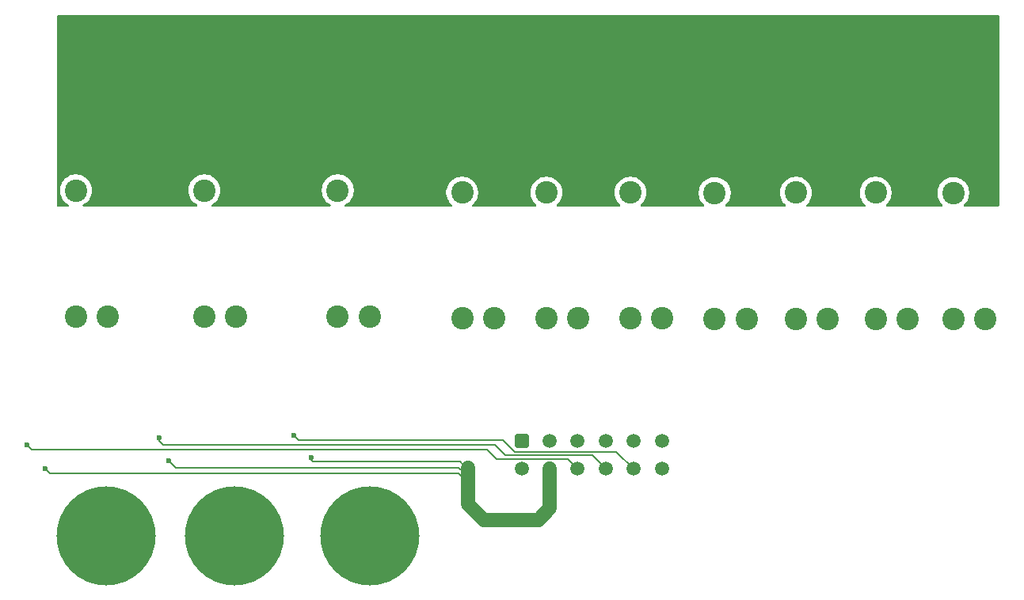
<source format=gbr>
%TF.GenerationSoftware,KiCad,Pcbnew,9.0.4*%
%TF.CreationDate,2026-02-19T19:41:56-08:00*%
%TF.ProjectId,Power_board,506f7765-725f-4626-9f61-72642e6b6963,rev?*%
%TF.SameCoordinates,Original*%
%TF.FileFunction,Copper,L2,Bot*%
%TF.FilePolarity,Positive*%
%FSLAX46Y46*%
G04 Gerber Fmt 4.6, Leading zero omitted, Abs format (unit mm)*
G04 Created by KiCad (PCBNEW 9.0.4) date 2026-02-19 19:41:56*
%MOMM*%
%LPD*%
G01*
G04 APERTURE LIST*
G04 Aperture macros list*
%AMRoundRect*
0 Rectangle with rounded corners*
0 $1 Rounding radius*
0 $2 $3 $4 $5 $6 $7 $8 $9 X,Y pos of 4 corners*
0 Add a 4 corners polygon primitive as box body*
4,1,4,$2,$3,$4,$5,$6,$7,$8,$9,$2,$3,0*
0 Add four circle primitives for the rounded corners*
1,1,$1+$1,$2,$3*
1,1,$1+$1,$4,$5*
1,1,$1+$1,$6,$7*
1,1,$1+$1,$8,$9*
0 Add four rect primitives between the rounded corners*
20,1,$1+$1,$2,$3,$4,$5,0*
20,1,$1+$1,$4,$5,$6,$7,0*
20,1,$1+$1,$6,$7,$8,$9,0*
20,1,$1+$1,$8,$9,$2,$3,0*%
G04 Aperture macros list end*
%TA.AperFunction,ComponentPad*%
%ADD10C,2.400000*%
%TD*%
%TA.AperFunction,ComponentPad*%
%ADD11RoundRect,0.250001X-0.499999X-0.499999X0.499999X-0.499999X0.499999X0.499999X-0.499999X0.499999X0*%
%TD*%
%TA.AperFunction,ComponentPad*%
%ADD12C,1.500000*%
%TD*%
%TA.AperFunction,ComponentPad*%
%ADD13C,10.600000*%
%TD*%
%TA.AperFunction,ViaPad*%
%ADD14C,0.600000*%
%TD*%
%TA.AperFunction,Conductor*%
%ADD15C,0.200000*%
%TD*%
%TA.AperFunction,Conductor*%
%ADD16C,1.500000*%
%TD*%
G04 APERTURE END LIST*
D10*
%TO.P,F4,1_1*%
%TO.N,/12V+*%
X107750000Y-55000000D03*
%TO.P,F4,1_2*%
%TO.N,N/C*%
X104350000Y-55000000D03*
%TO.P,F4,2_1*%
%TO.N,LC_2*%
X107750000Y-68470000D03*
%TO.P,F4,2_2*%
%TO.N,N/C*%
X104350000Y-68470000D03*
%TD*%
D11*
%TO.P,J2,1,Pin_1*%
%TO.N,LC_1*%
X101700000Y-81560000D03*
D12*
%TO.P,J2,2,Pin_2*%
%TO.N,LC_2*%
X104700000Y-81560000D03*
%TO.P,J2,3,Pin_3*%
%TO.N,LC_3*%
X107700000Y-81560000D03*
%TO.P,J2,4,Pin_4*%
%TO.N,LC_4*%
X110700000Y-81560000D03*
%TO.P,J2,5,Pin_5*%
%TO.N,LC_5*%
X113700000Y-81560000D03*
%TO.P,J2,6,Pin_6*%
%TO.N,LC_6*%
X116700000Y-81560000D03*
%TO.P,J2,7,Pin_7*%
%TO.N,LC_7*%
X101700000Y-84560000D03*
%TO.P,J2,8,Pin_8*%
%TO.N,GND*%
X104700000Y-84560000D03*
%TO.P,J2,9,Pin_9*%
%TO.N,HC_1_pwm*%
X107700000Y-84560000D03*
%TO.P,J2,10,Pin_10*%
%TO.N,HC_2_pwm*%
X110700000Y-84560000D03*
%TO.P,J2,11,Pin_11*%
%TO.N,HC_3_pwm*%
X113700000Y-84560000D03*
%TO.P,J2,12,Pin_12*%
%TO.N,unconnected-(J2-Pin_12-Pad12)*%
X116700000Y-84560000D03*
%TD*%
D10*
%TO.P,F1,1_1*%
%TO.N,/12V+*%
X71200000Y-54765000D03*
%TO.P,F1,1_2*%
%TO.N,N/C*%
X67800000Y-54765000D03*
%TO.P,F1,2_1*%
%TO.N,/S2*%
X71200000Y-68235000D03*
%TO.P,F1,2_2*%
%TO.N,N/C*%
X67800000Y-68235000D03*
%TD*%
%TO.P,F3,1_1*%
%TO.N,/12V+*%
X98750000Y-55000000D03*
%TO.P,F3,1_2*%
%TO.N,N/C*%
X95350000Y-55000000D03*
%TO.P,F3,2_1*%
%TO.N,LC_1*%
X98750000Y-68470000D03*
%TO.P,F3,2_2*%
%TO.N,N/C*%
X95350000Y-68470000D03*
%TD*%
%TO.P,F5,1_1*%
%TO.N,/12V+*%
X116750000Y-55000000D03*
%TO.P,F5,1_2*%
%TO.N,N/C*%
X113350000Y-55000000D03*
%TO.P,F5,2_1*%
%TO.N,LC_3*%
X116750000Y-68470000D03*
%TO.P,F5,2_2*%
%TO.N,N/C*%
X113350000Y-68470000D03*
%TD*%
D13*
%TO.P,H4,1,1*%
%TO.N,HC_3*%
X85500000Y-91750000D03*
%TD*%
D10*
%TO.P,F8,1_1*%
%TO.N,/12V+*%
X142950000Y-55015000D03*
%TO.P,F8,1_2*%
%TO.N,N/C*%
X139550000Y-55015000D03*
%TO.P,F8,2_1*%
%TO.N,LC_6*%
X142950000Y-68485000D03*
%TO.P,F8,2_2*%
%TO.N,N/C*%
X139550000Y-68485000D03*
%TD*%
D13*
%TO.P,H2,1,1*%
%TO.N,HC_1*%
X57250000Y-91750000D03*
%TD*%
D10*
%TO.P,F6,1_1*%
%TO.N,/12V+*%
X125750000Y-55030000D03*
%TO.P,F6,1_2*%
%TO.N,N/C*%
X122350000Y-55030000D03*
%TO.P,F6,2_1*%
%TO.N,LC_4*%
X125750000Y-68500000D03*
%TO.P,F6,2_2*%
%TO.N,N/C*%
X122350000Y-68500000D03*
%TD*%
%TO.P,F9,1_1*%
%TO.N,/12V+*%
X151250000Y-55030000D03*
%TO.P,F9,1_2*%
%TO.N,N/C*%
X147850000Y-55030000D03*
%TO.P,F9,2_1*%
%TO.N,LC_7*%
X151250000Y-68500000D03*
%TO.P,F9,2_2*%
%TO.N,N/C*%
X147850000Y-68500000D03*
%TD*%
D13*
%TO.P,H9,1,1*%
%TO.N,/12V+*%
X84000000Y-43500000D03*
%TD*%
%TO.P,H1,1,1*%
%TO.N,/12V+*%
X67500000Y-43500000D03*
%TD*%
%TO.P,H3,1,1*%
%TO.N,HC_2*%
X71000000Y-91750000D03*
%TD*%
D10*
%TO.P,F2,1_1*%
%TO.N,/12V+*%
X85450000Y-54765000D03*
%TO.P,F2,1_2*%
%TO.N,N/C*%
X82050000Y-54765000D03*
%TO.P,F2,2_1*%
%TO.N,/S3*%
X85450000Y-68235000D03*
%TO.P,F2,2_2*%
%TO.N,N/C*%
X82050000Y-68235000D03*
%TD*%
%TO.P,F10,1_1*%
%TO.N,/12V+*%
X57450000Y-54765000D03*
%TO.P,F10,1_2*%
%TO.N,N/C*%
X54050000Y-54765000D03*
%TO.P,F10,2_1*%
%TO.N,/S1*%
X57450000Y-68235000D03*
%TO.P,F10,2_2*%
%TO.N,N/C*%
X54050000Y-68235000D03*
%TD*%
%TO.P,F7,1_1*%
%TO.N,/12V+*%
X134450000Y-55015000D03*
%TO.P,F7,1_2*%
%TO.N,N/C*%
X131050000Y-55015000D03*
%TO.P,F7,2_1*%
%TO.N,LC_5*%
X134450000Y-68485000D03*
%TO.P,F7,2_2*%
%TO.N,N/C*%
X131050000Y-68485000D03*
%TD*%
D14*
%TO.N,HC_2_pwm*%
X63000000Y-81200000D03*
%TO.N,HC_3_pwm*%
X77340000Y-81000000D03*
%TO.N,HC_1_pwm*%
X48850000Y-82000000D03*
%TO.N,GND*%
X64000000Y-83700000D03*
X50750000Y-84500000D03*
X79200000Y-83300000D03*
%TD*%
D15*
%TO.N,HC_2_pwm*%
X100000000Y-83110000D02*
X109250000Y-83110000D01*
X109250000Y-83110000D02*
X110700000Y-84560000D01*
X63000000Y-81600000D02*
X63400000Y-82000000D01*
X63000000Y-81200000D02*
X63000000Y-81600000D01*
X63400000Y-82000000D02*
X98890000Y-82000000D01*
X98890000Y-82000000D02*
X100000000Y-83110000D01*
%TO.N,HC_3_pwm*%
X77840000Y-81500000D02*
X99723703Y-81500000D01*
X111850000Y-82710000D02*
X113700000Y-84560000D01*
X100933703Y-82710000D02*
X111850000Y-82710000D01*
X77340000Y-81000000D02*
X77840000Y-81500000D01*
X99723703Y-81500000D02*
X100933703Y-82710000D01*
%TO.N,HC_1_pwm*%
X99510000Y-83510000D02*
X106650000Y-83510000D01*
X49350000Y-82500000D02*
X97990000Y-82500000D01*
X106650000Y-83510000D02*
X107700000Y-84560000D01*
X48850000Y-82000000D02*
X49350000Y-82500000D01*
X97990000Y-82500000D02*
X98990000Y-83500000D01*
X99500000Y-83500000D02*
X99510000Y-83510000D01*
X98990000Y-83500000D02*
X99500000Y-83500000D01*
%TO.N,GND*%
X95100000Y-83800000D02*
X95500000Y-84200000D01*
D16*
X103500000Y-90000000D02*
X104700000Y-88800000D01*
D15*
X64000000Y-83700000D02*
X64700000Y-84400000D01*
D16*
X96000000Y-88300000D02*
X97700000Y-90000000D01*
D15*
X79200000Y-83300000D02*
X79200000Y-83600000D01*
X95000000Y-85000000D02*
X95500000Y-85500000D01*
X50750000Y-84500000D02*
X51250000Y-85000000D01*
X51250000Y-85000000D02*
X95000000Y-85000000D01*
X95500000Y-85500000D02*
X95500000Y-85600000D01*
D16*
X104700000Y-88800000D02*
X104700000Y-84560000D01*
X97700000Y-90000000D02*
X103500000Y-90000000D01*
D15*
X79200000Y-83600000D02*
X79400000Y-83800000D01*
X95000000Y-84400000D02*
X95500000Y-84900000D01*
X79400000Y-83800000D02*
X95100000Y-83800000D01*
D16*
X96000000Y-84400000D02*
X96000000Y-88300000D01*
D15*
X64700000Y-84400000D02*
X95000000Y-84400000D01*
%TD*%
%TA.AperFunction,Conductor*%
%TO.N,/12V+*%
G36*
X152704771Y-36021332D02*
G01*
X152750532Y-36074131D01*
X152761744Y-36125656D01*
X152761744Y-56376000D01*
X152742059Y-56443039D01*
X152689255Y-56488794D01*
X152637744Y-56500000D01*
X149084234Y-56500000D01*
X149017195Y-56480315D01*
X148971440Y-56427511D01*
X148961496Y-56358353D01*
X148990521Y-56294797D01*
X148996553Y-56288319D01*
X149131242Y-56153629D01*
X149131247Y-56153624D01*
X149266948Y-55976774D01*
X149378405Y-55783726D01*
X149463710Y-55577781D01*
X149521404Y-55362463D01*
X149550500Y-55141457D01*
X149550500Y-54918543D01*
X149521404Y-54697537D01*
X149463710Y-54482219D01*
X149451279Y-54452209D01*
X149378406Y-54276277D01*
X149378405Y-54276274D01*
X149266948Y-54083226D01*
X149131247Y-53906376D01*
X149131242Y-53906370D01*
X148973629Y-53748757D01*
X148973622Y-53748751D01*
X148796782Y-53613058D01*
X148796780Y-53613057D01*
X148796774Y-53613052D01*
X148603726Y-53501595D01*
X148603722Y-53501593D01*
X148397790Y-53416293D01*
X148397783Y-53416291D01*
X148397781Y-53416290D01*
X148182463Y-53358596D01*
X148182457Y-53358595D01*
X148182452Y-53358594D01*
X147961466Y-53329501D01*
X147961463Y-53329500D01*
X147961457Y-53329500D01*
X147738543Y-53329500D01*
X147738537Y-53329500D01*
X147738533Y-53329501D01*
X147517547Y-53358594D01*
X147517540Y-53358595D01*
X147517537Y-53358596D01*
X147414181Y-53386290D01*
X147302219Y-53416290D01*
X147302209Y-53416293D01*
X147096277Y-53501593D01*
X147096273Y-53501595D01*
X146903226Y-53613052D01*
X146903217Y-53613058D01*
X146726377Y-53748751D01*
X146726370Y-53748757D01*
X146568757Y-53906370D01*
X146568751Y-53906377D01*
X146433058Y-54083217D01*
X146433052Y-54083226D01*
X146321595Y-54276273D01*
X146321593Y-54276277D01*
X146236293Y-54482209D01*
X146236290Y-54482219D01*
X146186635Y-54667537D01*
X146178597Y-54697534D01*
X146178594Y-54697547D01*
X146149501Y-54918533D01*
X146149500Y-54918549D01*
X146149500Y-55141450D01*
X146149501Y-55141466D01*
X146178594Y-55362452D01*
X146178595Y-55362457D01*
X146178596Y-55362463D01*
X146228252Y-55547781D01*
X146236290Y-55577780D01*
X146236293Y-55577790D01*
X146321593Y-55783722D01*
X146321595Y-55783726D01*
X146433052Y-55976774D01*
X146433057Y-55976780D01*
X146433058Y-55976782D01*
X146568751Y-56153622D01*
X146568757Y-56153629D01*
X146703447Y-56288319D01*
X146736932Y-56349642D01*
X146731948Y-56419334D01*
X146690076Y-56475267D01*
X146624612Y-56499684D01*
X146615766Y-56500000D01*
X140769234Y-56500000D01*
X140702195Y-56480315D01*
X140656440Y-56427511D01*
X140646496Y-56358353D01*
X140675521Y-56294797D01*
X140681553Y-56288319D01*
X140831242Y-56138629D01*
X140831247Y-56138624D01*
X140966948Y-55961774D01*
X141078405Y-55768726D01*
X141163710Y-55562781D01*
X141221404Y-55347463D01*
X141250500Y-55126457D01*
X141250500Y-54903543D01*
X141221404Y-54682537D01*
X141163710Y-54467219D01*
X141149348Y-54432547D01*
X141078406Y-54261277D01*
X141078405Y-54261274D01*
X140966948Y-54068226D01*
X140831247Y-53891376D01*
X140831242Y-53891370D01*
X140673629Y-53733757D01*
X140673622Y-53733751D01*
X140496782Y-53598058D01*
X140496780Y-53598057D01*
X140496774Y-53598052D01*
X140303726Y-53486595D01*
X140303722Y-53486593D01*
X140097790Y-53401293D01*
X140097783Y-53401291D01*
X140097781Y-53401290D01*
X139882463Y-53343596D01*
X139882457Y-53343595D01*
X139882452Y-53343594D01*
X139661466Y-53314501D01*
X139661463Y-53314500D01*
X139661457Y-53314500D01*
X139438543Y-53314500D01*
X139438537Y-53314500D01*
X139438533Y-53314501D01*
X139217547Y-53343594D01*
X139217540Y-53343595D01*
X139217537Y-53343596D01*
X139058200Y-53386290D01*
X139002219Y-53401290D01*
X139002209Y-53401293D01*
X138796277Y-53486593D01*
X138796273Y-53486595D01*
X138603226Y-53598052D01*
X138603217Y-53598058D01*
X138426377Y-53733751D01*
X138426370Y-53733757D01*
X138268757Y-53891370D01*
X138268751Y-53891377D01*
X138133058Y-54068217D01*
X138133052Y-54068226D01*
X138021595Y-54261273D01*
X138021593Y-54261277D01*
X137936293Y-54467209D01*
X137936290Y-54467219D01*
X137878597Y-54682534D01*
X137878594Y-54682547D01*
X137849501Y-54903533D01*
X137849500Y-54903549D01*
X137849500Y-55126450D01*
X137849501Y-55126466D01*
X137878594Y-55347452D01*
X137878595Y-55347457D01*
X137878596Y-55347463D01*
X137924486Y-55518726D01*
X137936290Y-55562780D01*
X137936293Y-55562790D01*
X138021593Y-55768722D01*
X138021595Y-55768726D01*
X138133052Y-55961774D01*
X138133057Y-55961780D01*
X138133058Y-55961782D01*
X138268751Y-56138622D01*
X138268757Y-56138629D01*
X138418447Y-56288319D01*
X138451932Y-56349642D01*
X138446948Y-56419334D01*
X138405076Y-56475267D01*
X138339612Y-56499684D01*
X138330766Y-56500000D01*
X132269234Y-56500000D01*
X132202195Y-56480315D01*
X132156440Y-56427511D01*
X132146496Y-56358353D01*
X132175521Y-56294797D01*
X132181553Y-56288319D01*
X132331242Y-56138629D01*
X132331247Y-56138624D01*
X132466948Y-55961774D01*
X132578405Y-55768726D01*
X132663710Y-55562781D01*
X132721404Y-55347463D01*
X132750500Y-55126457D01*
X132750500Y-54903543D01*
X132721404Y-54682537D01*
X132663710Y-54467219D01*
X132649348Y-54432547D01*
X132578406Y-54261277D01*
X132578405Y-54261274D01*
X132466948Y-54068226D01*
X132331247Y-53891376D01*
X132331242Y-53891370D01*
X132173629Y-53733757D01*
X132173622Y-53733751D01*
X131996782Y-53598058D01*
X131996780Y-53598057D01*
X131996774Y-53598052D01*
X131803726Y-53486595D01*
X131803722Y-53486593D01*
X131597790Y-53401293D01*
X131597783Y-53401291D01*
X131597781Y-53401290D01*
X131382463Y-53343596D01*
X131382457Y-53343595D01*
X131382452Y-53343594D01*
X131161466Y-53314501D01*
X131161463Y-53314500D01*
X131161457Y-53314500D01*
X130938543Y-53314500D01*
X130938537Y-53314500D01*
X130938533Y-53314501D01*
X130717547Y-53343594D01*
X130717540Y-53343595D01*
X130717537Y-53343596D01*
X130558200Y-53386290D01*
X130502219Y-53401290D01*
X130502209Y-53401293D01*
X130296277Y-53486593D01*
X130296273Y-53486595D01*
X130103226Y-53598052D01*
X130103217Y-53598058D01*
X129926377Y-53733751D01*
X129926370Y-53733757D01*
X129768757Y-53891370D01*
X129768751Y-53891377D01*
X129633058Y-54068217D01*
X129633052Y-54068226D01*
X129521595Y-54261273D01*
X129521593Y-54261277D01*
X129436293Y-54467209D01*
X129436290Y-54467219D01*
X129378597Y-54682534D01*
X129378594Y-54682547D01*
X129349501Y-54903533D01*
X129349500Y-54903549D01*
X129349500Y-55126450D01*
X129349501Y-55126466D01*
X129378594Y-55347452D01*
X129378595Y-55347457D01*
X129378596Y-55347463D01*
X129424486Y-55518726D01*
X129436290Y-55562780D01*
X129436293Y-55562790D01*
X129521593Y-55768722D01*
X129521595Y-55768726D01*
X129633052Y-55961774D01*
X129633057Y-55961780D01*
X129633058Y-55961782D01*
X129768751Y-56138622D01*
X129768757Y-56138629D01*
X129918447Y-56288319D01*
X129951932Y-56349642D01*
X129946948Y-56419334D01*
X129905076Y-56475267D01*
X129839612Y-56499684D01*
X129830766Y-56500000D01*
X123584234Y-56500000D01*
X123517195Y-56480315D01*
X123471440Y-56427511D01*
X123461496Y-56358353D01*
X123490521Y-56294797D01*
X123496553Y-56288319D01*
X123631242Y-56153629D01*
X123631247Y-56153624D01*
X123766948Y-55976774D01*
X123878405Y-55783726D01*
X123963710Y-55577781D01*
X124021404Y-55362463D01*
X124050500Y-55141457D01*
X124050500Y-54918543D01*
X124021404Y-54697537D01*
X123963710Y-54482219D01*
X123951279Y-54452209D01*
X123878406Y-54276277D01*
X123878405Y-54276274D01*
X123766948Y-54083226D01*
X123631247Y-53906376D01*
X123631242Y-53906370D01*
X123473629Y-53748757D01*
X123473622Y-53748751D01*
X123296782Y-53613058D01*
X123296780Y-53613057D01*
X123296774Y-53613052D01*
X123103726Y-53501595D01*
X123103722Y-53501593D01*
X122897790Y-53416293D01*
X122897783Y-53416291D01*
X122897781Y-53416290D01*
X122682463Y-53358596D01*
X122682457Y-53358595D01*
X122682452Y-53358594D01*
X122461466Y-53329501D01*
X122461463Y-53329500D01*
X122461457Y-53329500D01*
X122238543Y-53329500D01*
X122238537Y-53329500D01*
X122238533Y-53329501D01*
X122017547Y-53358594D01*
X122017540Y-53358595D01*
X122017537Y-53358596D01*
X121914181Y-53386290D01*
X121802219Y-53416290D01*
X121802209Y-53416293D01*
X121596277Y-53501593D01*
X121596273Y-53501595D01*
X121403226Y-53613052D01*
X121403217Y-53613058D01*
X121226377Y-53748751D01*
X121226370Y-53748757D01*
X121068757Y-53906370D01*
X121068751Y-53906377D01*
X120933058Y-54083217D01*
X120933052Y-54083226D01*
X120821595Y-54276273D01*
X120821593Y-54276277D01*
X120736293Y-54482209D01*
X120736290Y-54482219D01*
X120686635Y-54667537D01*
X120678597Y-54697534D01*
X120678594Y-54697547D01*
X120649501Y-54918533D01*
X120649500Y-54918549D01*
X120649500Y-55141450D01*
X120649501Y-55141466D01*
X120678594Y-55362452D01*
X120678595Y-55362457D01*
X120678596Y-55362463D01*
X120728252Y-55547781D01*
X120736290Y-55577780D01*
X120736293Y-55577790D01*
X120821593Y-55783722D01*
X120821595Y-55783726D01*
X120933052Y-55976774D01*
X120933057Y-55976780D01*
X120933058Y-55976782D01*
X121068751Y-56153622D01*
X121068757Y-56153629D01*
X121203447Y-56288319D01*
X121236932Y-56349642D01*
X121231948Y-56419334D01*
X121190076Y-56475267D01*
X121124612Y-56499684D01*
X121115766Y-56500000D01*
X114553645Y-56500000D01*
X114486606Y-56480315D01*
X114440851Y-56427511D01*
X114430907Y-56358353D01*
X114459932Y-56294797D01*
X114471883Y-56282775D01*
X114473623Y-56281248D01*
X114631242Y-56123629D01*
X114631247Y-56123624D01*
X114766948Y-55946774D01*
X114878405Y-55753726D01*
X114963710Y-55547781D01*
X115021404Y-55332463D01*
X115050500Y-55111457D01*
X115050500Y-54888543D01*
X115021404Y-54667537D01*
X114963710Y-54452219D01*
X114955557Y-54432537D01*
X114932197Y-54376140D01*
X114878405Y-54246274D01*
X114766948Y-54053226D01*
X114727867Y-54002294D01*
X114631248Y-53876377D01*
X114631242Y-53876370D01*
X114473629Y-53718757D01*
X114473622Y-53718751D01*
X114296782Y-53583058D01*
X114296780Y-53583057D01*
X114296774Y-53583052D01*
X114103726Y-53471595D01*
X114103722Y-53471593D01*
X113897790Y-53386293D01*
X113897783Y-53386291D01*
X113897781Y-53386290D01*
X113682463Y-53328596D01*
X113682457Y-53328595D01*
X113682452Y-53328594D01*
X113461466Y-53299501D01*
X113461463Y-53299500D01*
X113461457Y-53299500D01*
X113238543Y-53299500D01*
X113238537Y-53299500D01*
X113238533Y-53299501D01*
X113017547Y-53328594D01*
X113017540Y-53328595D01*
X113017537Y-53328596D01*
X112802219Y-53386290D01*
X112802209Y-53386293D01*
X112596277Y-53471593D01*
X112596273Y-53471595D01*
X112403226Y-53583052D01*
X112403217Y-53583058D01*
X112226377Y-53718751D01*
X112226370Y-53718757D01*
X112068757Y-53876370D01*
X112068751Y-53876377D01*
X111933058Y-54053217D01*
X111933052Y-54053226D01*
X111821595Y-54246273D01*
X111821593Y-54246277D01*
X111736293Y-54452209D01*
X111736290Y-54452219D01*
X111682349Y-54653533D01*
X111678597Y-54667534D01*
X111678594Y-54667547D01*
X111649501Y-54888533D01*
X111649500Y-54888549D01*
X111649500Y-55111450D01*
X111649501Y-55111466D01*
X111678594Y-55332452D01*
X111678595Y-55332457D01*
X111678596Y-55332463D01*
X111686635Y-55362465D01*
X111736290Y-55547780D01*
X111736293Y-55547790D01*
X111804218Y-55711774D01*
X111821595Y-55753726D01*
X111933052Y-55946774D01*
X111933057Y-55946780D01*
X111933058Y-55946782D01*
X112068751Y-56123622D01*
X112068757Y-56123629D01*
X112226376Y-56281248D01*
X112228117Y-56282775D01*
X112228488Y-56283360D01*
X112229246Y-56284118D01*
X112229076Y-56284287D01*
X112265539Y-56341778D01*
X112265121Y-56411646D01*
X112226996Y-56470197D01*
X112163267Y-56498841D01*
X112146355Y-56500000D01*
X105553645Y-56500000D01*
X105486606Y-56480315D01*
X105440851Y-56427511D01*
X105430907Y-56358353D01*
X105459932Y-56294797D01*
X105471883Y-56282775D01*
X105473623Y-56281248D01*
X105631242Y-56123629D01*
X105631247Y-56123624D01*
X105766948Y-55946774D01*
X105878405Y-55753726D01*
X105963710Y-55547781D01*
X106021404Y-55332463D01*
X106050500Y-55111457D01*
X106050500Y-54888543D01*
X106021404Y-54667537D01*
X105963710Y-54452219D01*
X105955557Y-54432537D01*
X105932197Y-54376140D01*
X105878405Y-54246274D01*
X105766948Y-54053226D01*
X105727867Y-54002294D01*
X105631248Y-53876377D01*
X105631242Y-53876370D01*
X105473629Y-53718757D01*
X105473622Y-53718751D01*
X105296782Y-53583058D01*
X105296780Y-53583057D01*
X105296774Y-53583052D01*
X105103726Y-53471595D01*
X105103722Y-53471593D01*
X104897790Y-53386293D01*
X104897783Y-53386291D01*
X104897781Y-53386290D01*
X104682463Y-53328596D01*
X104682457Y-53328595D01*
X104682452Y-53328594D01*
X104461466Y-53299501D01*
X104461463Y-53299500D01*
X104461457Y-53299500D01*
X104238543Y-53299500D01*
X104238537Y-53299500D01*
X104238533Y-53299501D01*
X104017547Y-53328594D01*
X104017540Y-53328595D01*
X104017537Y-53328596D01*
X103802219Y-53386290D01*
X103802209Y-53386293D01*
X103596277Y-53471593D01*
X103596273Y-53471595D01*
X103403226Y-53583052D01*
X103403217Y-53583058D01*
X103226377Y-53718751D01*
X103226370Y-53718757D01*
X103068757Y-53876370D01*
X103068751Y-53876377D01*
X102933058Y-54053217D01*
X102933052Y-54053226D01*
X102821595Y-54246273D01*
X102821593Y-54246277D01*
X102736293Y-54452209D01*
X102736290Y-54452219D01*
X102682349Y-54653533D01*
X102678597Y-54667534D01*
X102678594Y-54667547D01*
X102649501Y-54888533D01*
X102649500Y-54888549D01*
X102649500Y-55111450D01*
X102649501Y-55111466D01*
X102678594Y-55332452D01*
X102678595Y-55332457D01*
X102678596Y-55332463D01*
X102686635Y-55362465D01*
X102736290Y-55547780D01*
X102736293Y-55547790D01*
X102804218Y-55711774D01*
X102821595Y-55753726D01*
X102933052Y-55946774D01*
X102933057Y-55946780D01*
X102933058Y-55946782D01*
X103068751Y-56123622D01*
X103068757Y-56123629D01*
X103226376Y-56281248D01*
X103228117Y-56282775D01*
X103228488Y-56283360D01*
X103229246Y-56284118D01*
X103229076Y-56284287D01*
X103265539Y-56341778D01*
X103265121Y-56411646D01*
X103226996Y-56470197D01*
X103163267Y-56498841D01*
X103146355Y-56500000D01*
X96553645Y-56500000D01*
X96486606Y-56480315D01*
X96440851Y-56427511D01*
X96430907Y-56358353D01*
X96459932Y-56294797D01*
X96471883Y-56282775D01*
X96473623Y-56281248D01*
X96631242Y-56123629D01*
X96631247Y-56123624D01*
X96766948Y-55946774D01*
X96878405Y-55753726D01*
X96963710Y-55547781D01*
X97021404Y-55332463D01*
X97050500Y-55111457D01*
X97050500Y-54888543D01*
X97021404Y-54667537D01*
X96963710Y-54452219D01*
X96955557Y-54432537D01*
X96932197Y-54376140D01*
X96878405Y-54246274D01*
X96766948Y-54053226D01*
X96727867Y-54002294D01*
X96631248Y-53876377D01*
X96631242Y-53876370D01*
X96473629Y-53718757D01*
X96473622Y-53718751D01*
X96296782Y-53583058D01*
X96296780Y-53583057D01*
X96296774Y-53583052D01*
X96103726Y-53471595D01*
X96103722Y-53471593D01*
X95897790Y-53386293D01*
X95897783Y-53386291D01*
X95897781Y-53386290D01*
X95682463Y-53328596D01*
X95682457Y-53328595D01*
X95682452Y-53328594D01*
X95461466Y-53299501D01*
X95461463Y-53299500D01*
X95461457Y-53299500D01*
X95238543Y-53299500D01*
X95238537Y-53299500D01*
X95238533Y-53299501D01*
X95017547Y-53328594D01*
X95017540Y-53328595D01*
X95017537Y-53328596D01*
X94802219Y-53386290D01*
X94802209Y-53386293D01*
X94596277Y-53471593D01*
X94596273Y-53471595D01*
X94403226Y-53583052D01*
X94403217Y-53583058D01*
X94226377Y-53718751D01*
X94226370Y-53718757D01*
X94068757Y-53876370D01*
X94068751Y-53876377D01*
X93933058Y-54053217D01*
X93933052Y-54053226D01*
X93821595Y-54246273D01*
X93821593Y-54246277D01*
X93736293Y-54452209D01*
X93736290Y-54452219D01*
X93682349Y-54653533D01*
X93678597Y-54667534D01*
X93678594Y-54667547D01*
X93649501Y-54888533D01*
X93649500Y-54888549D01*
X93649500Y-55111450D01*
X93649501Y-55111466D01*
X93678594Y-55332452D01*
X93678595Y-55332457D01*
X93678596Y-55332463D01*
X93686635Y-55362465D01*
X93736290Y-55547780D01*
X93736293Y-55547790D01*
X93804218Y-55711774D01*
X93821595Y-55753726D01*
X93933052Y-55946774D01*
X93933057Y-55946780D01*
X93933058Y-55946782D01*
X94068751Y-56123622D01*
X94068757Y-56123629D01*
X94226376Y-56281248D01*
X94228117Y-56282775D01*
X94228488Y-56283360D01*
X94229246Y-56284118D01*
X94229076Y-56284287D01*
X94265539Y-56341778D01*
X94265121Y-56411646D01*
X94226996Y-56470197D01*
X94163267Y-56498841D01*
X94146355Y-56500000D01*
X82908668Y-56500000D01*
X82841629Y-56480315D01*
X82795874Y-56427511D01*
X82785930Y-56358353D01*
X82814955Y-56294797D01*
X82846667Y-56268613D01*
X82859728Y-56261071D01*
X82996774Y-56181948D01*
X83173624Y-56046247D01*
X83331247Y-55888624D01*
X83466948Y-55711774D01*
X83578405Y-55518726D01*
X83663710Y-55312781D01*
X83721404Y-55097463D01*
X83750500Y-54876457D01*
X83750500Y-54653543D01*
X83721404Y-54432537D01*
X83663710Y-54217219D01*
X83578405Y-54011274D01*
X83466948Y-53818226D01*
X83331247Y-53641376D01*
X83331242Y-53641370D01*
X83173629Y-53483757D01*
X83173622Y-53483751D01*
X82996782Y-53348058D01*
X82996780Y-53348057D01*
X82996774Y-53348052D01*
X82803726Y-53236595D01*
X82803722Y-53236593D01*
X82597790Y-53151293D01*
X82597783Y-53151291D01*
X82597781Y-53151290D01*
X82382463Y-53093596D01*
X82382457Y-53093595D01*
X82382452Y-53093594D01*
X82161466Y-53064501D01*
X82161463Y-53064500D01*
X82161457Y-53064500D01*
X81938543Y-53064500D01*
X81938537Y-53064500D01*
X81938533Y-53064501D01*
X81717547Y-53093594D01*
X81717540Y-53093595D01*
X81717537Y-53093596D01*
X81502219Y-53151290D01*
X81502209Y-53151293D01*
X81296277Y-53236593D01*
X81296273Y-53236595D01*
X81103226Y-53348052D01*
X81103217Y-53348058D01*
X80926377Y-53483751D01*
X80926370Y-53483757D01*
X80768757Y-53641370D01*
X80768751Y-53641377D01*
X80633058Y-53818217D01*
X80633052Y-53818226D01*
X80521595Y-54011273D01*
X80521593Y-54011277D01*
X80436293Y-54217209D01*
X80436290Y-54217219D01*
X80378597Y-54432534D01*
X80378594Y-54432547D01*
X80349501Y-54653533D01*
X80349500Y-54653549D01*
X80349500Y-54876450D01*
X80349501Y-54876466D01*
X80378594Y-55097452D01*
X80378595Y-55097457D01*
X80378596Y-55097463D01*
X80390387Y-55141466D01*
X80436290Y-55312780D01*
X80436293Y-55312790D01*
X80521593Y-55518722D01*
X80521595Y-55518726D01*
X80633052Y-55711774D01*
X80633057Y-55711780D01*
X80633058Y-55711782D01*
X80768751Y-55888622D01*
X80768757Y-55888629D01*
X80926370Y-56046242D01*
X80926376Y-56046247D01*
X81103226Y-56181948D01*
X81233716Y-56257287D01*
X81253333Y-56268613D01*
X81301548Y-56319181D01*
X81314770Y-56387788D01*
X81288802Y-56452652D01*
X81231888Y-56493180D01*
X81191332Y-56500000D01*
X68658668Y-56500000D01*
X68591629Y-56480315D01*
X68545874Y-56427511D01*
X68535930Y-56358353D01*
X68564955Y-56294797D01*
X68596667Y-56268613D01*
X68609728Y-56261071D01*
X68746774Y-56181948D01*
X68923624Y-56046247D01*
X69081247Y-55888624D01*
X69216948Y-55711774D01*
X69328405Y-55518726D01*
X69413710Y-55312781D01*
X69471404Y-55097463D01*
X69500500Y-54876457D01*
X69500500Y-54653543D01*
X69471404Y-54432537D01*
X69413710Y-54217219D01*
X69328405Y-54011274D01*
X69216948Y-53818226D01*
X69081247Y-53641376D01*
X69081242Y-53641370D01*
X68923629Y-53483757D01*
X68923622Y-53483751D01*
X68746782Y-53348058D01*
X68746780Y-53348057D01*
X68746774Y-53348052D01*
X68553726Y-53236595D01*
X68553722Y-53236593D01*
X68347790Y-53151293D01*
X68347783Y-53151291D01*
X68347781Y-53151290D01*
X68132463Y-53093596D01*
X68132457Y-53093595D01*
X68132452Y-53093594D01*
X67911466Y-53064501D01*
X67911463Y-53064500D01*
X67911457Y-53064500D01*
X67688543Y-53064500D01*
X67688537Y-53064500D01*
X67688533Y-53064501D01*
X67467547Y-53093594D01*
X67467540Y-53093595D01*
X67467537Y-53093596D01*
X67252219Y-53151290D01*
X67252209Y-53151293D01*
X67046277Y-53236593D01*
X67046273Y-53236595D01*
X66853226Y-53348052D01*
X66853217Y-53348058D01*
X66676377Y-53483751D01*
X66676370Y-53483757D01*
X66518757Y-53641370D01*
X66518751Y-53641377D01*
X66383058Y-53818217D01*
X66383052Y-53818226D01*
X66271595Y-54011273D01*
X66271593Y-54011277D01*
X66186293Y-54217209D01*
X66186290Y-54217219D01*
X66128597Y-54432534D01*
X66128594Y-54432547D01*
X66099501Y-54653533D01*
X66099500Y-54653549D01*
X66099500Y-54876450D01*
X66099501Y-54876466D01*
X66128594Y-55097452D01*
X66128595Y-55097457D01*
X66128596Y-55097463D01*
X66140387Y-55141466D01*
X66186290Y-55312780D01*
X66186293Y-55312790D01*
X66271593Y-55518722D01*
X66271595Y-55518726D01*
X66383052Y-55711774D01*
X66383057Y-55711780D01*
X66383058Y-55711782D01*
X66518751Y-55888622D01*
X66518757Y-55888629D01*
X66676370Y-56046242D01*
X66676376Y-56046247D01*
X66853226Y-56181948D01*
X66983716Y-56257287D01*
X67003333Y-56268613D01*
X67051548Y-56319181D01*
X67064770Y-56387788D01*
X67038802Y-56452652D01*
X66981888Y-56493180D01*
X66941332Y-56500000D01*
X54908668Y-56500000D01*
X54841629Y-56480315D01*
X54795874Y-56427511D01*
X54785930Y-56358353D01*
X54814955Y-56294797D01*
X54846667Y-56268613D01*
X54859728Y-56261071D01*
X54996774Y-56181948D01*
X55173624Y-56046247D01*
X55331247Y-55888624D01*
X55466948Y-55711774D01*
X55578405Y-55518726D01*
X55663710Y-55312781D01*
X55721404Y-55097463D01*
X55750500Y-54876457D01*
X55750500Y-54653543D01*
X55721404Y-54432537D01*
X55663710Y-54217219D01*
X55578405Y-54011274D01*
X55466948Y-53818226D01*
X55331247Y-53641376D01*
X55331242Y-53641370D01*
X55173629Y-53483757D01*
X55173622Y-53483751D01*
X54996782Y-53348058D01*
X54996780Y-53348057D01*
X54996774Y-53348052D01*
X54803726Y-53236595D01*
X54803722Y-53236593D01*
X54597790Y-53151293D01*
X54597783Y-53151291D01*
X54597781Y-53151290D01*
X54382463Y-53093596D01*
X54382457Y-53093595D01*
X54382452Y-53093594D01*
X54161466Y-53064501D01*
X54161463Y-53064500D01*
X54161457Y-53064500D01*
X53938543Y-53064500D01*
X53938537Y-53064500D01*
X53938533Y-53064501D01*
X53717547Y-53093594D01*
X53717540Y-53093595D01*
X53717537Y-53093596D01*
X53502219Y-53151290D01*
X53502209Y-53151293D01*
X53296277Y-53236593D01*
X53296273Y-53236595D01*
X53103226Y-53348052D01*
X53103217Y-53348058D01*
X52926377Y-53483751D01*
X52926370Y-53483757D01*
X52768757Y-53641370D01*
X52768751Y-53641377D01*
X52633058Y-53818217D01*
X52633052Y-53818226D01*
X52521595Y-54011273D01*
X52521593Y-54011277D01*
X52436293Y-54217209D01*
X52436290Y-54217219D01*
X52378597Y-54432534D01*
X52378594Y-54432547D01*
X52349501Y-54653533D01*
X52349500Y-54653549D01*
X52349500Y-54876450D01*
X52349501Y-54876466D01*
X52378594Y-55097452D01*
X52378595Y-55097457D01*
X52378596Y-55097463D01*
X52390387Y-55141466D01*
X52436290Y-55312780D01*
X52436293Y-55312790D01*
X52521593Y-55518722D01*
X52521595Y-55518726D01*
X52633052Y-55711774D01*
X52633057Y-55711780D01*
X52633058Y-55711782D01*
X52768751Y-55888622D01*
X52768757Y-55888629D01*
X52926370Y-56046242D01*
X52926376Y-56046247D01*
X53103226Y-56181948D01*
X53233716Y-56257287D01*
X53253333Y-56268613D01*
X53301548Y-56319181D01*
X53314770Y-56387788D01*
X53288802Y-56452652D01*
X53231888Y-56493180D01*
X53191332Y-56500000D01*
X52135744Y-56500000D01*
X52068705Y-56480315D01*
X52022950Y-56427511D01*
X52011744Y-56376000D01*
X52011744Y-36138068D01*
X52031429Y-36071029D01*
X52084233Y-36025274D01*
X52135724Y-36014068D01*
X152637730Y-36001656D01*
X152704771Y-36021332D01*
G37*
%TD.AperFunction*%
%TD*%
M02*

</source>
